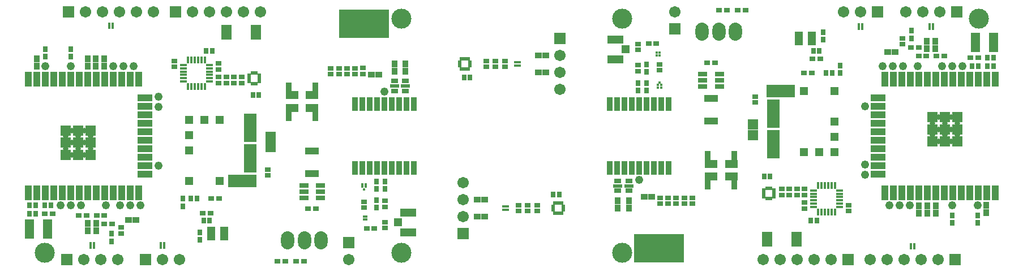
<source format=gts>
G04*
G04 #@! TF.GenerationSoftware,Altium Limited,Altium Designer,22.3.1 (43)*
G04*
G04 Layer_Color=8388736*
%FSLAX25Y25*%
%MOIN*%
G70*
G04*
G04 #@! TF.SameCoordinates,9666C8D3-C488-416E-8FBA-698088E7738B*
G04*
G04*
G04 #@! TF.FilePolarity,Negative*
G04*
G01*
G75*
%ADD78R,0.29500X0.16500*%
%ADD79C,0.04800*%
%ADD80R,0.03950X0.03556*%
%ADD81R,0.03753X0.03162*%
%ADD82R,0.06312X0.09068*%
%ADD83R,0.03162X0.03320*%
G04:AMPARAMS|DCode=84|XSize=22.96mil|YSize=21.78mil|CornerRadius=4.62mil|HoleSize=0mil|Usage=FLASHONLY|Rotation=360.000|XOffset=0mil|YOffset=0mil|HoleType=Round|Shape=RoundedRectangle|*
%AMROUNDEDRECTD84*
21,1,0.02296,0.01254,0,0,360.0*
21,1,0.01372,0.02178,0,0,360.0*
1,1,0.00924,0.00686,-0.00627*
1,1,0.00924,-0.00686,-0.00627*
1,1,0.00924,-0.00686,0.00627*
1,1,0.00924,0.00686,0.00627*
%
%ADD84ROUNDEDRECTD84*%
%ADD85R,0.03320X0.03162*%
%ADD86R,0.01824X0.03910*%
%ADD87R,0.03910X0.01824*%
%ADD88R,0.04343X0.08674*%
%ADD89R,0.08674X0.04343*%
%ADD90R,0.06036X0.06036*%
%ADD91R,0.07493X0.04737*%
%ADD92R,0.03556X0.05918*%
%ADD93R,0.03162X0.03753*%
%ADD94R,0.04737X0.02572*%
%ADD95R,0.01706X0.01981*%
%ADD96R,0.03556X0.03950*%
%ADD97R,0.04776X0.04776*%
%ADD98R,0.07769X0.16824*%
%ADD99R,0.16824X0.07769*%
%ADD100R,0.05721X0.02769*%
%ADD101R,0.03556X0.03162*%
%ADD102R,0.04934X0.04737*%
%ADD103R,0.09461X0.04934*%
%ADD104C,0.11811*%
%ADD105C,0.01650*%
%ADD106R,0.03556X0.07887*%
G04:AMPARAMS|DCode=107|XSize=22.96mil|YSize=21.78mil|CornerRadius=4.62mil|HoleSize=0mil|Usage=FLASHONLY|Rotation=270.000|XOffset=0mil|YOffset=0mil|HoleType=Round|Shape=RoundedRectangle|*
%AMROUNDEDRECTD107*
21,1,0.02296,0.01254,0,0,270.0*
21,1,0.01372,0.02178,0,0,270.0*
1,1,0.00924,-0.00627,-0.00686*
1,1,0.00924,-0.00627,0.00686*
1,1,0.00924,0.00627,0.00686*
1,1,0.00924,0.00627,-0.00686*
%
%ADD107ROUNDEDRECTD107*%
%ADD108R,0.01981X0.01706*%
%ADD109R,0.07965X0.04186*%
%ADD110R,0.06312X0.05918*%
%ADD111R,0.05761X0.11509*%
%ADD112R,0.01784X0.01587*%
%ADD113R,0.03950X0.02965*%
%ADD114R,0.05524X0.01981*%
%ADD115R,0.03950X0.03556*%
%ADD116R,0.03910X0.01824*%
%ADD117O,0.07690X0.10642*%
%ADD118C,0.06706*%
%ADD119R,0.06706X0.06706*%
%ADD120C,0.03162*%
%ADD121R,0.06706X0.06706*%
D78*
X574738Y212508D02*
D03*
X401262Y344992D02*
D03*
D79*
X706488Y319758D02*
D03*
X718488D02*
D03*
X562988Y252758D02*
D03*
X741488Y319758D02*
D03*
X716488Y237758D02*
D03*
X722488D02*
D03*
X747488Y319758D02*
D03*
X726988D02*
D03*
X695988Y296258D02*
D03*
X747488Y237758D02*
D03*
X762488D02*
D03*
X695988Y255758D02*
D03*
X710488Y237758D02*
D03*
X753488Y319758D02*
D03*
X712488D02*
D03*
X695988Y261758D02*
D03*
X269512Y237742D02*
D03*
X257512D02*
D03*
X413012Y304742D02*
D03*
X234512Y237742D02*
D03*
X259512Y319742D02*
D03*
X253512D02*
D03*
X228512Y237742D02*
D03*
X249012D02*
D03*
X280012Y261242D02*
D03*
X228512Y319742D02*
D03*
X213512D02*
D03*
X280012Y301742D02*
D03*
X265512Y319742D02*
D03*
X222512Y237742D02*
D03*
X263512D02*
D03*
X280012Y295742D02*
D03*
D80*
X713654Y328258D02*
D03*
X709323D02*
D03*
X570488Y242758D02*
D03*
X566158D02*
D03*
X508154Y316258D02*
D03*
X503823D02*
D03*
X508154Y326258D02*
D03*
X503823D02*
D03*
X262346Y229242D02*
D03*
X266677D02*
D03*
D81*
X762752Y324758D02*
D03*
X758224D02*
D03*
X614752Y352758D02*
D03*
X610224D02*
D03*
X621224D02*
D03*
X625752D02*
D03*
X665225Y324258D02*
D03*
X669752D02*
D03*
X727752Y330758D02*
D03*
X723224D02*
D03*
X732252Y325758D02*
D03*
X727725D02*
D03*
X738225D02*
D03*
X742752D02*
D03*
X660224Y315758D02*
D03*
X664752D02*
D03*
X603225Y321758D02*
D03*
X607752D02*
D03*
X213248Y232742D02*
D03*
X217776D02*
D03*
X361248Y204742D02*
D03*
X365775D02*
D03*
X354776D02*
D03*
X350248D02*
D03*
X310775Y233242D02*
D03*
X306248D02*
D03*
X248248Y226742D02*
D03*
X252776D02*
D03*
X243748Y231742D02*
D03*
X248275D02*
D03*
X237775D02*
D03*
X233248D02*
D03*
X315775Y241742D02*
D03*
X311248D02*
D03*
X372776Y235742D02*
D03*
X368248D02*
D03*
D82*
X655811Y217758D02*
D03*
X638488D02*
D03*
X320189Y339742D02*
D03*
X337512D02*
D03*
D83*
X664256Y228758D02*
D03*
X667721D02*
D03*
X636756Y254758D02*
D03*
X640221D02*
D03*
X665756Y328758D02*
D03*
X669221D02*
D03*
X463488Y313258D02*
D03*
X460024D02*
D03*
X676721Y315758D02*
D03*
X673256D02*
D03*
X768256Y319758D02*
D03*
X771721D02*
D03*
X768256Y324758D02*
D03*
X771721D02*
D03*
X762721Y319758D02*
D03*
X759256D02*
D03*
X311744Y328742D02*
D03*
X308279D02*
D03*
X339244Y302742D02*
D03*
X335779D02*
D03*
X310244Y228742D02*
D03*
X306779D02*
D03*
X512512Y244242D02*
D03*
X515976D02*
D03*
X299279Y241742D02*
D03*
X302744D02*
D03*
X207744Y237742D02*
D03*
X204279D02*
D03*
X207744Y232742D02*
D03*
X204279D02*
D03*
X213279Y237742D02*
D03*
X216744D02*
D03*
D84*
X640457Y247782D02*
D03*
X638488D02*
D03*
X636461Y246739D02*
D03*
Y244770D02*
D03*
Y242802D02*
D03*
X638488Y241758D02*
D03*
X640457D02*
D03*
X642484Y242802D02*
D03*
Y244770D02*
D03*
Y246739D02*
D03*
X335543Y309718D02*
D03*
X337512D02*
D03*
X339539Y310761D02*
D03*
Y312730D02*
D03*
Y314698D02*
D03*
X337512Y315742D02*
D03*
X335543D02*
D03*
X333516Y314698D02*
D03*
Y312730D02*
D03*
Y310761D02*
D03*
D85*
X655988Y244026D02*
D03*
Y247491D02*
D03*
X651488Y244026D02*
D03*
Y247491D02*
D03*
X646988Y244026D02*
D03*
Y247491D02*
D03*
X660488Y244026D02*
D03*
Y247491D02*
D03*
Y236026D02*
D03*
Y239491D02*
D03*
X686488Y234526D02*
D03*
Y237991D02*
D03*
X478488Y322991D02*
D03*
Y319526D02*
D03*
X717988Y332758D02*
D03*
Y336223D02*
D03*
X483988Y319526D02*
D03*
Y322991D02*
D03*
X472988Y319526D02*
D03*
Y322991D02*
D03*
X631488Y301991D02*
D03*
Y298526D02*
D03*
X594488Y242258D02*
D03*
Y238794D02*
D03*
X589689Y242244D02*
D03*
Y238780D02*
D03*
X584912Y242266D02*
D03*
Y238802D02*
D03*
X580135Y242244D02*
D03*
Y238780D02*
D03*
X575402Y242222D02*
D03*
Y238758D02*
D03*
X562488Y332991D02*
D03*
Y329526D02*
D03*
Y317026D02*
D03*
Y320491D02*
D03*
X574988Y320991D02*
D03*
Y317526D02*
D03*
X320012Y313474D02*
D03*
Y310009D02*
D03*
X324512Y313474D02*
D03*
Y310009D02*
D03*
X329012Y313474D02*
D03*
Y310009D02*
D03*
X315512Y313474D02*
D03*
Y310009D02*
D03*
Y321474D02*
D03*
Y318009D02*
D03*
X289512Y322974D02*
D03*
Y319509D02*
D03*
X497512Y234509D02*
D03*
Y237974D02*
D03*
X258012Y224742D02*
D03*
Y221277D02*
D03*
X492012Y237974D02*
D03*
Y234509D02*
D03*
X503012Y237974D02*
D03*
Y234509D02*
D03*
X344512Y255509D02*
D03*
Y258974D02*
D03*
X381512Y315242D02*
D03*
Y318706D02*
D03*
X386311Y315256D02*
D03*
Y318720D02*
D03*
X391088Y315234D02*
D03*
Y318698D02*
D03*
X395865Y315256D02*
D03*
Y318720D02*
D03*
X400598Y315278D02*
D03*
Y318742D02*
D03*
X413512Y224509D02*
D03*
Y227974D02*
D03*
Y240474D02*
D03*
Y237009D02*
D03*
X401012Y236509D02*
D03*
Y239974D02*
D03*
D86*
X678409Y249514D02*
D03*
X676441D02*
D03*
X674473D02*
D03*
X672504D02*
D03*
X670536D02*
D03*
X668567D02*
D03*
Y234002D02*
D03*
X670536D02*
D03*
X672504D02*
D03*
X674473D02*
D03*
X676441D02*
D03*
X678409D02*
D03*
X297590Y307986D02*
D03*
X299559D02*
D03*
X301528D02*
D03*
X303496D02*
D03*
X305465D02*
D03*
X307433D02*
D03*
Y323498D02*
D03*
X305465D02*
D03*
X303496D02*
D03*
X301528D02*
D03*
X299559D02*
D03*
X297590D02*
D03*
D87*
X665732Y246680D02*
D03*
Y244711D02*
D03*
Y242743D02*
D03*
Y240774D02*
D03*
Y238806D02*
D03*
Y236837D02*
D03*
X681244D02*
D03*
Y238806D02*
D03*
Y240774D02*
D03*
Y242743D02*
D03*
Y244711D02*
D03*
Y246680D02*
D03*
X310268Y310820D02*
D03*
Y312789D02*
D03*
Y314757D02*
D03*
Y316726D02*
D03*
Y318694D02*
D03*
Y320663D02*
D03*
D88*
X772697Y312223D02*
D03*
X767697D02*
D03*
X762697D02*
D03*
X757697D02*
D03*
X752697D02*
D03*
X747697D02*
D03*
X742697D02*
D03*
X737697D02*
D03*
X732697D02*
D03*
X727697D02*
D03*
X722697D02*
D03*
X717697D02*
D03*
X712697D02*
D03*
X707697D02*
D03*
Y245294D02*
D03*
X712697D02*
D03*
X717697D02*
D03*
X722697D02*
D03*
X727697D02*
D03*
X732697D02*
D03*
X737697D02*
D03*
X742697D02*
D03*
X747697D02*
D03*
X752697D02*
D03*
X757697D02*
D03*
X762697D02*
D03*
X767697D02*
D03*
X772697D02*
D03*
X203303Y245277D02*
D03*
X208303D02*
D03*
X213303D02*
D03*
X218303D02*
D03*
X223303D02*
D03*
X228303D02*
D03*
X233303D02*
D03*
X238303D02*
D03*
X243303D02*
D03*
X248303D02*
D03*
X253303D02*
D03*
X258303D02*
D03*
X263303D02*
D03*
X268303D02*
D03*
Y312206D02*
D03*
X263303D02*
D03*
X258303D02*
D03*
X253303D02*
D03*
X248303D02*
D03*
X243303D02*
D03*
X238303D02*
D03*
X233303D02*
D03*
X228303D02*
D03*
X223303D02*
D03*
X218303D02*
D03*
X213303D02*
D03*
X208303D02*
D03*
X203303D02*
D03*
D89*
X703760Y301258D02*
D03*
Y296258D02*
D03*
Y291258D02*
D03*
Y286258D02*
D03*
Y281258D02*
D03*
Y276258D02*
D03*
Y271258D02*
D03*
Y266258D02*
D03*
Y261258D02*
D03*
Y256258D02*
D03*
X272240Y256242D02*
D03*
Y261242D02*
D03*
Y266242D02*
D03*
Y271242D02*
D03*
Y276242D02*
D03*
Y281242D02*
D03*
Y286242D02*
D03*
Y291242D02*
D03*
Y296242D02*
D03*
Y301242D02*
D03*
D90*
X750394Y289920D02*
D03*
Y282695D02*
D03*
Y275471D02*
D03*
X743169Y289920D02*
D03*
Y282695D02*
D03*
Y275471D02*
D03*
X735945Y289920D02*
D03*
Y282695D02*
D03*
Y275471D02*
D03*
X225606Y267580D02*
D03*
Y274805D02*
D03*
Y282029D02*
D03*
X232831Y267580D02*
D03*
Y274805D02*
D03*
Y282029D02*
D03*
X240055Y267580D02*
D03*
Y274805D02*
D03*
Y282029D02*
D03*
D91*
X605488Y262239D02*
D03*
Y254758D02*
D03*
X617299D02*
D03*
Y262239D02*
D03*
X370512Y295261D02*
D03*
Y302742D02*
D03*
X358701D02*
D03*
Y295261D02*
D03*
D92*
X603520Y266766D02*
D03*
Y250231D02*
D03*
X619268D02*
D03*
Y266766D02*
D03*
X372480Y290734D02*
D03*
Y307269D02*
D03*
X356732D02*
D03*
Y290734D02*
D03*
D93*
X671488Y340022D02*
D03*
Y335495D02*
D03*
X723488Y336258D02*
D03*
Y340786D02*
D03*
X681488Y320286D02*
D03*
Y315758D02*
D03*
X562488Y305495D02*
D03*
Y310022D02*
D03*
X567488D02*
D03*
Y305495D02*
D03*
Y321022D02*
D03*
Y316495D02*
D03*
X762488Y232022D02*
D03*
Y227495D02*
D03*
X747488Y232022D02*
D03*
Y227495D02*
D03*
X304512Y217478D02*
D03*
Y222005D02*
D03*
X252512Y221242D02*
D03*
Y216714D02*
D03*
X294512Y237214D02*
D03*
Y241742D02*
D03*
X413512Y252005D02*
D03*
Y247478D02*
D03*
X408512D02*
D03*
Y252005D02*
D03*
Y236478D02*
D03*
Y241005D02*
D03*
X213512Y325478D02*
D03*
Y330005D02*
D03*
X228512Y325478D02*
D03*
Y330005D02*
D03*
D94*
X657248Y333699D02*
D03*
Y336258D02*
D03*
Y338817D02*
D03*
X664728D02*
D03*
Y336258D02*
D03*
Y333699D02*
D03*
X318752Y223801D02*
D03*
Y221242D02*
D03*
Y218683D02*
D03*
X311272D02*
D03*
Y221242D02*
D03*
Y223801D02*
D03*
D95*
X694473Y344203D02*
D03*
X692504D02*
D03*
X735972D02*
D03*
X734004D02*
D03*
X692504Y342314D02*
D03*
X694473D02*
D03*
X734004D02*
D03*
X735972D02*
D03*
X723004Y212813D02*
D03*
X724972D02*
D03*
Y214703D02*
D03*
X723004D02*
D03*
X281527Y213297D02*
D03*
X283496D02*
D03*
X240027D02*
D03*
X241996D02*
D03*
X283496Y215187D02*
D03*
X281527D02*
D03*
X241996D02*
D03*
X240027D02*
D03*
X252996Y344687D02*
D03*
X251027D02*
D03*
Y342797D02*
D03*
X252996D02*
D03*
D96*
X737703Y233242D02*
D03*
Y237573D02*
D03*
X737483Y330263D02*
D03*
Y334594D02*
D03*
X732488Y330258D02*
D03*
Y334589D02*
D03*
X732770Y237598D02*
D03*
Y233267D02*
D03*
X767500Y237760D02*
D03*
Y233430D02*
D03*
X727837Y237573D02*
D03*
Y233242D02*
D03*
X550488Y236258D02*
D03*
Y240589D02*
D03*
X556958Y236194D02*
D03*
Y240525D02*
D03*
X238297Y324258D02*
D03*
Y319927D02*
D03*
X238517Y227237D02*
D03*
Y222906D02*
D03*
X243512Y227242D02*
D03*
Y222911D02*
D03*
X243230Y319902D02*
D03*
Y324233D02*
D03*
X208500Y319740D02*
D03*
Y324070D02*
D03*
X248163Y319927D02*
D03*
Y324258D02*
D03*
X425512Y321242D02*
D03*
Y316911D02*
D03*
X419042Y321306D02*
D03*
Y316975D02*
D03*
D97*
X659969Y269247D02*
D03*
Y305270D02*
D03*
X678000D02*
D03*
Y287278D02*
D03*
Y278262D02*
D03*
Y269247D02*
D03*
X668984D02*
D03*
X316031Y288253D02*
D03*
Y252230D02*
D03*
X298000D02*
D03*
Y270222D02*
D03*
Y279238D02*
D03*
Y288253D02*
D03*
X307016D02*
D03*
D98*
X641976Y273774D02*
D03*
Y291766D02*
D03*
X334023Y283726D02*
D03*
Y265734D02*
D03*
D99*
X646465Y305270D02*
D03*
X329535Y252230D02*
D03*
D100*
X610331Y307778D02*
D03*
Y311518D02*
D03*
Y315258D02*
D03*
X600488D02*
D03*
Y311518D02*
D03*
Y307778D02*
D03*
X365669Y249722D02*
D03*
Y245982D02*
D03*
Y242242D02*
D03*
X375512D02*
D03*
Y245982D02*
D03*
Y249722D02*
D03*
D101*
X573154Y333258D02*
D03*
X568823D02*
D03*
X402846Y224242D02*
D03*
X407177D02*
D03*
D102*
X554992Y329758D02*
D03*
X421008Y227742D02*
D03*
D103*
X548988Y323951D02*
D03*
Y335565D02*
D03*
X427012Y233549D02*
D03*
Y221935D02*
D03*
D104*
X552988Y209758D02*
D03*
Y347758D02*
D03*
X762988D02*
D03*
X423012Y347742D02*
D03*
Y209742D02*
D03*
X213012D02*
D03*
D105*
X574988Y327833D02*
D03*
Y326258D02*
D03*
X573414Y327833D02*
D03*
Y326258D02*
D03*
X401012Y229667D02*
D03*
Y231242D02*
D03*
X402587Y229667D02*
D03*
Y231242D02*
D03*
D106*
X545665Y260057D02*
D03*
X549996D02*
D03*
X554327D02*
D03*
X558658D02*
D03*
X562988D02*
D03*
X567319D02*
D03*
X571650D02*
D03*
X575980D02*
D03*
X580311D02*
D03*
Y297459D02*
D03*
X575980D02*
D03*
X571650D02*
D03*
X567319D02*
D03*
X562988D02*
D03*
X558658D02*
D03*
X554327D02*
D03*
X549996D02*
D03*
X545665D02*
D03*
X430335Y297443D02*
D03*
X426004D02*
D03*
X421673D02*
D03*
X417342D02*
D03*
X413012D02*
D03*
X408681D02*
D03*
X404350D02*
D03*
X400020D02*
D03*
X395689D02*
D03*
Y260041D02*
D03*
X400020D02*
D03*
X404350D02*
D03*
X408681D02*
D03*
X413012D02*
D03*
X417342D02*
D03*
X421673D02*
D03*
X426004D02*
D03*
X430335D02*
D03*
D107*
X462457Y318247D02*
D03*
X460488D02*
D03*
X458520D02*
D03*
X457477Y320274D02*
D03*
Y322243D02*
D03*
X458520Y324270D02*
D03*
X460488D02*
D03*
X462457D02*
D03*
X463500Y322243D02*
D03*
Y320274D02*
D03*
X513543Y239253D02*
D03*
X515512D02*
D03*
X517480D02*
D03*
X518524Y237226D02*
D03*
Y235257D02*
D03*
X517480Y233230D02*
D03*
X515512D02*
D03*
X513543D02*
D03*
X512500Y235257D02*
D03*
Y237226D02*
D03*
D108*
X492488Y320290D02*
D03*
Y322258D02*
D03*
X490598D02*
D03*
Y320290D02*
D03*
X483512Y237210D02*
D03*
Y235242D02*
D03*
X485401D02*
D03*
Y237210D02*
D03*
D109*
X605488Y300853D02*
D03*
Y287664D02*
D03*
X370512Y256647D02*
D03*
Y269836D02*
D03*
D110*
X629988Y285408D02*
D03*
Y279109D02*
D03*
X346012Y272092D02*
D03*
Y278391D02*
D03*
D111*
X761252Y333758D02*
D03*
X771725D02*
D03*
X214748Y223742D02*
D03*
X204275D02*
D03*
D112*
X574988Y310314D02*
D03*
X574004Y308758D02*
D03*
Y307203D02*
D03*
X575973D02*
D03*
Y308758D02*
D03*
X401012Y247186D02*
D03*
X401996Y248742D02*
D03*
Y250297D02*
D03*
X400028D02*
D03*
Y248742D02*
D03*
D113*
X550488Y246404D02*
D03*
Y252113D02*
D03*
X556988Y246404D02*
D03*
Y252113D02*
D03*
X425512Y311096D02*
D03*
Y305387D02*
D03*
X419012Y311096D02*
D03*
Y305387D02*
D03*
D114*
X550488Y249258D02*
D03*
X556988D02*
D03*
X425512Y308242D02*
D03*
X419012D02*
D03*
D115*
X405512Y314742D02*
D03*
X409842D02*
D03*
X467846Y241242D02*
D03*
X472177D02*
D03*
X467846Y231242D02*
D03*
X472177D02*
D03*
D116*
X294756Y320663D02*
D03*
Y318694D02*
D03*
Y316726D02*
D03*
Y314757D02*
D03*
Y312789D02*
D03*
Y310820D02*
D03*
D117*
X619831Y340258D02*
D03*
X600146D02*
D03*
X609988D02*
D03*
X356169Y217242D02*
D03*
X375854D02*
D03*
X366012D02*
D03*
D118*
X698988Y205758D02*
D03*
X708988D02*
D03*
X718988D02*
D03*
X728988D02*
D03*
X738988D02*
D03*
X635988D02*
D03*
X645988D02*
D03*
X655988D02*
D03*
X665988D02*
D03*
X675988D02*
D03*
X739988Y351758D02*
D03*
X729988D02*
D03*
X719988D02*
D03*
X683488D02*
D03*
X693488D02*
D03*
X516488Y306258D02*
D03*
Y316258D02*
D03*
Y326258D02*
D03*
X583988Y351758D02*
D03*
X277012Y351742D02*
D03*
X267012D02*
D03*
X257012D02*
D03*
X247012D02*
D03*
X237012D02*
D03*
X340012D02*
D03*
X330012D02*
D03*
X320012D02*
D03*
X310012D02*
D03*
X300012D02*
D03*
X236012Y205742D02*
D03*
X246012D02*
D03*
X256012D02*
D03*
X292512D02*
D03*
X282512D02*
D03*
X459512Y251242D02*
D03*
Y241242D02*
D03*
Y231242D02*
D03*
X392012Y205742D02*
D03*
D119*
X748988Y205758D02*
D03*
X685988D02*
D03*
X749988Y351758D02*
D03*
X703488D02*
D03*
X227012Y351742D02*
D03*
X290012D02*
D03*
X226012Y205742D02*
D03*
X272512D02*
D03*
D120*
X750394Y286308D02*
D03*
Y279083D02*
D03*
X746782Y289920D02*
D03*
Y282695D02*
D03*
Y275471D02*
D03*
X743169Y286308D02*
D03*
Y279083D02*
D03*
X739557Y289920D02*
D03*
Y282695D02*
D03*
Y275471D02*
D03*
X735945Y286308D02*
D03*
Y279083D02*
D03*
X225606Y271193D02*
D03*
Y278417D02*
D03*
X229218Y267580D02*
D03*
Y274805D02*
D03*
Y282029D02*
D03*
X232831Y271193D02*
D03*
Y278417D02*
D03*
X236443Y267580D02*
D03*
Y274805D02*
D03*
Y282029D02*
D03*
X240055Y271193D02*
D03*
Y278417D02*
D03*
D121*
X516488Y336258D02*
D03*
X583988Y341758D02*
D03*
X459512Y221242D02*
D03*
X392012Y215742D02*
D03*
M02*

</source>
